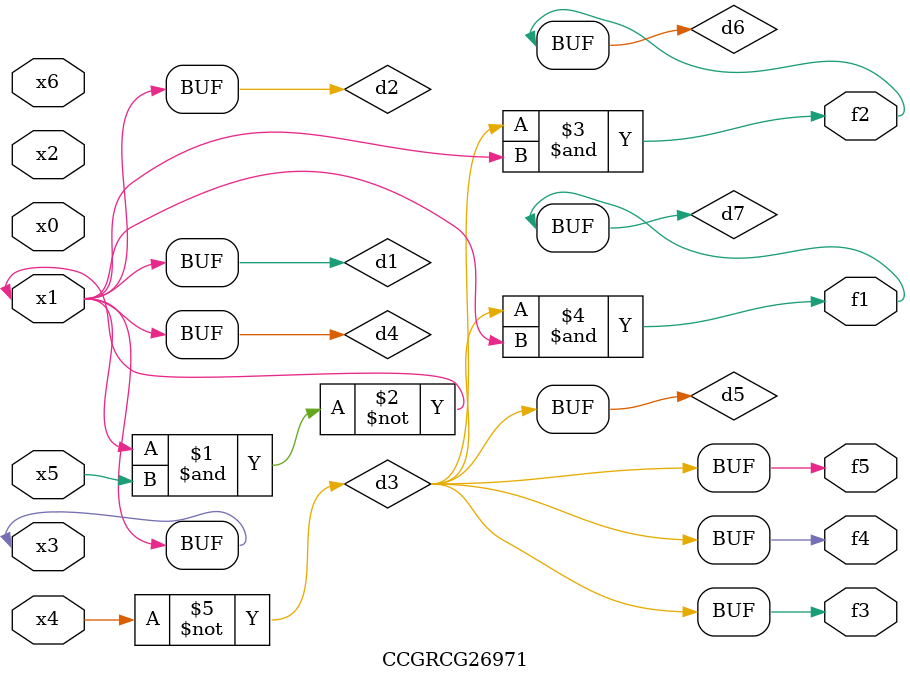
<source format=v>
module CCGRCG26971(
	input x0, x1, x2, x3, x4, x5, x6,
	output f1, f2, f3, f4, f5
);

	wire d1, d2, d3, d4, d5, d6, d7;

	buf (d1, x1, x3);
	nand (d2, x1, x5);
	not (d3, x4);
	buf (d4, d1, d2);
	buf (d5, d3);
	and (d6, d3, d4);
	and (d7, d3, d4);
	assign f1 = d7;
	assign f2 = d6;
	assign f3 = d5;
	assign f4 = d5;
	assign f5 = d5;
endmodule

</source>
